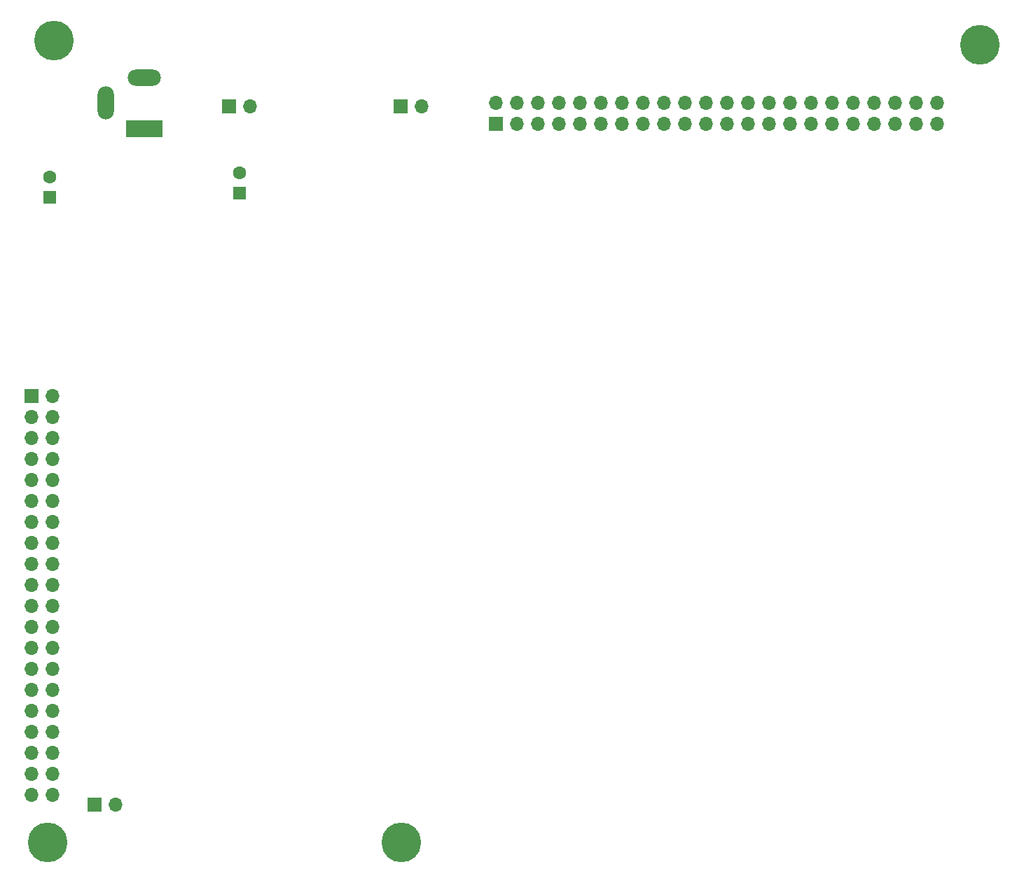
<source format=gbr>
%TF.GenerationSoftware,KiCad,Pcbnew,8.0.3-8.0.3-0~ubuntu20.04.1*%
%TF.CreationDate,2024-07-01T18:26:47+09:00*%
%TF.ProjectId,Gender_TANG25K_IO_LevelShift,47656e64-6572-45f5-9441-4e4732354b5f,rev?*%
%TF.SameCoordinates,Original*%
%TF.FileFunction,Soldermask,Bot*%
%TF.FilePolarity,Negative*%
%FSLAX46Y46*%
G04 Gerber Fmt 4.6, Leading zero omitted, Abs format (unit mm)*
G04 Created by KiCad (PCBNEW 8.0.3-8.0.3-0~ubuntu20.04.1) date 2024-07-01 18:26:47*
%MOMM*%
%LPD*%
G01*
G04 APERTURE LIST*
%ADD10R,1.700000X1.700000*%
%ADD11O,1.700000X1.700000*%
%ADD12C,4.800000*%
%ADD13R,1.600000X1.600000*%
%ADD14C,1.600000*%
%ADD15R,4.500000X2.000000*%
%ADD16O,4.000000X2.000000*%
%ADD17O,2.000000X4.000000*%
G04 APERTURE END LIST*
D10*
%TO.C,J6*%
X83460000Y-175500000D03*
D11*
X86000000Y-175500000D03*
%TD*%
D12*
%TO.C,TP4*%
X190500000Y-83500000D03*
%TD*%
%TO.C,TP3*%
X78500000Y-83000000D03*
%TD*%
D11*
%TO.C,J2*%
X123000000Y-91000000D03*
D10*
X120460000Y-91000000D03*
%TD*%
%TO.C,J5*%
X99725000Y-91000000D03*
D11*
X102265000Y-91000000D03*
%TD*%
D12*
%TO.C,TP1*%
X77820000Y-180000000D03*
%TD*%
D13*
%TO.C,C12*%
X101000000Y-101500000D03*
D14*
X101000000Y-99000000D03*
%TD*%
D10*
%TO.C,J1*%
X75820000Y-126000000D03*
D11*
X78360000Y-126000000D03*
X75820000Y-128540000D03*
X78360000Y-128540000D03*
X75820000Y-131080000D03*
X78360000Y-131080000D03*
X75820000Y-133620000D03*
X78360000Y-133620000D03*
X75820000Y-136160000D03*
X78360000Y-136160000D03*
X75820000Y-138700000D03*
X78360000Y-138700000D03*
X75820000Y-141240000D03*
X78360000Y-141240000D03*
X75820000Y-143780000D03*
X78360000Y-143780000D03*
X75820000Y-146320000D03*
X78360000Y-146320000D03*
X75820000Y-148860000D03*
X78360000Y-148860000D03*
X75820000Y-151400000D03*
X78360000Y-151400000D03*
X75820000Y-153940000D03*
X78360000Y-153940000D03*
X75820000Y-156480000D03*
X78360000Y-156480000D03*
X75820000Y-159020000D03*
X78360000Y-159020000D03*
X75820000Y-161560000D03*
X78360000Y-161560000D03*
X75820000Y-164100000D03*
X78360000Y-164100000D03*
X75820000Y-166640000D03*
X78360000Y-166640000D03*
X75820000Y-169180000D03*
X78360000Y-169180000D03*
X75820000Y-171720000D03*
X78360000Y-171720000D03*
X75820000Y-174260000D03*
X78360000Y-174260000D03*
%TD*%
D12*
%TO.C,TP2*%
X120500000Y-180000000D03*
%TD*%
D13*
%TO.C,C15*%
X78000000Y-102000000D03*
D14*
X78000000Y-99500000D03*
%TD*%
D15*
%TO.C,J3*%
X89500000Y-93700000D03*
D16*
X89500000Y-87500000D03*
D17*
X84800000Y-90500000D03*
%TD*%
D10*
%TO.C,J4*%
X132000000Y-93040000D03*
D11*
X132000000Y-90500000D03*
X134540000Y-93040000D03*
X134540000Y-90500000D03*
X137080000Y-93040000D03*
X137080000Y-90500000D03*
X139620000Y-93040000D03*
X139620000Y-90500000D03*
X142160000Y-93040000D03*
X142160000Y-90500000D03*
X144700000Y-93040000D03*
X144700000Y-90500000D03*
X147240000Y-93040000D03*
X147240000Y-90500000D03*
X149780000Y-93040000D03*
X149780000Y-90500000D03*
X152320000Y-93040000D03*
X152320000Y-90500000D03*
X154860000Y-93040000D03*
X154860000Y-90500000D03*
X157400000Y-93040000D03*
X157400000Y-90500000D03*
X159940000Y-93040000D03*
X159940000Y-90500000D03*
X162480000Y-93040000D03*
X162480000Y-90500000D03*
X165020000Y-93040000D03*
X165020000Y-90500000D03*
X167560000Y-93040000D03*
X167560000Y-90500000D03*
X170100000Y-93040000D03*
X170100000Y-90500000D03*
X172640000Y-93040000D03*
X172640000Y-90500000D03*
X175180000Y-93040000D03*
X175180000Y-90500000D03*
X177720000Y-93040000D03*
X177720000Y-90500000D03*
X180260000Y-93040000D03*
X180260000Y-90500000D03*
X182800000Y-93040000D03*
X182800000Y-90500000D03*
X185340000Y-93040000D03*
X185340000Y-90500000D03*
%TD*%
M02*

</source>
